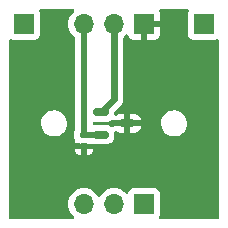
<source format=gbl>
G04 #@! TF.GenerationSoftware,KiCad,Pcbnew,(7.0.0)*
G04 #@! TF.CreationDate,2023-03-27T06:12:53-05:00*
G04 #@! TF.ProjectId,he-sensor-breakout,68652d73-656e-4736-9f72-2d627265616b,rev?*
G04 #@! TF.SameCoordinates,Original*
G04 #@! TF.FileFunction,Copper,L2,Bot*
G04 #@! TF.FilePolarity,Positive*
%FSLAX46Y46*%
G04 Gerber Fmt 4.6, Leading zero omitted, Abs format (unit mm)*
G04 Created by KiCad (PCBNEW (7.0.0)) date 2023-03-27 06:12:53*
%MOMM*%
%LPD*%
G01*
G04 APERTURE LIST*
G04 Aperture macros list*
%AMRoundRect*
0 Rectangle with rounded corners*
0 $1 Rounding radius*
0 $2 $3 $4 $5 $6 $7 $8 $9 X,Y pos of 4 corners*
0 Add a 4 corners polygon primitive as box body*
4,1,4,$2,$3,$4,$5,$6,$7,$8,$9,$2,$3,0*
0 Add four circle primitives for the rounded corners*
1,1,$1+$1,$2,$3*
1,1,$1+$1,$4,$5*
1,1,$1+$1,$6,$7*
1,1,$1+$1,$8,$9*
0 Add four rect primitives between the rounded corners*
20,1,$1+$1,$2,$3,$4,$5,0*
20,1,$1+$1,$4,$5,$6,$7,0*
20,1,$1+$1,$6,$7,$8,$9,0*
20,1,$1+$1,$8,$9,$2,$3,0*%
G04 Aperture macros list end*
G04 #@! TA.AperFunction,ComponentPad*
%ADD10O,1.700000X1.700000*%
G04 #@! TD*
G04 #@! TA.AperFunction,ComponentPad*
%ADD11R,1.700000X1.700000*%
G04 #@! TD*
G04 #@! TA.AperFunction,SMDPad,CuDef*
%ADD12RoundRect,0.150000X-0.512500X-0.150000X0.512500X-0.150000X0.512500X0.150000X-0.512500X0.150000X0*%
G04 #@! TD*
G04 #@! TA.AperFunction,SMDPad,CuDef*
%ADD13RoundRect,0.140000X0.170000X-0.140000X0.170000X0.140000X-0.170000X0.140000X-0.170000X-0.140000X0*%
G04 #@! TD*
G04 #@! TA.AperFunction,Conductor*
%ADD14C,0.600000*%
G04 #@! TD*
G04 #@! TA.AperFunction,Conductor*
%ADD15C,0.500000*%
G04 #@! TD*
G04 APERTURE END LIST*
D10*
X97459999Y-107619999D03*
X99999999Y-107619999D03*
D11*
X102539999Y-107619999D03*
X92379999Y-92379999D03*
X107619999Y-92379999D03*
D10*
X97459999Y-92379999D03*
X99999999Y-92379999D03*
D11*
X102539999Y-92379999D03*
D12*
X101137500Y-100793750D03*
X98862500Y-99843750D03*
X98862500Y-101743750D03*
D13*
X97459211Y-101759049D03*
X97459211Y-102719049D03*
D14*
X100000000Y-98706250D02*
X100000000Y-92380000D01*
X98862500Y-99843750D02*
X100000000Y-98706250D01*
D15*
X97460000Y-101758260D02*
X97460000Y-92380000D01*
X97459211Y-101759049D02*
X97460000Y-101758260D01*
X97459211Y-101759049D02*
X98847201Y-101759049D01*
D14*
X98862500Y-99843750D02*
X98886250Y-99843750D01*
X98847201Y-101759049D02*
X98862500Y-101743750D01*
G04 #@! TA.AperFunction,Conductor*
G36*
X96586061Y-91125547D02*
G01*
X96631103Y-91168290D01*
X96649775Y-91227511D01*
X96637395Y-91288358D01*
X96597068Y-91335575D01*
X96593034Y-91338399D01*
X96593029Y-91338402D01*
X96588599Y-91341505D01*
X96584775Y-91345328D01*
X96584769Y-91345334D01*
X96425334Y-91504769D01*
X96425328Y-91504775D01*
X96421505Y-91508599D01*
X96418402Y-91513029D01*
X96418399Y-91513034D01*
X96289073Y-91697731D01*
X96289068Y-91697738D01*
X96285965Y-91702171D01*
X96283677Y-91707077D01*
X96283675Y-91707081D01*
X96188386Y-91911427D01*
X96188383Y-91911432D01*
X96186097Y-91916337D01*
X96184698Y-91921557D01*
X96184694Y-91921569D01*
X96126337Y-92139365D01*
X96126335Y-92139371D01*
X96124937Y-92144592D01*
X96104341Y-92380000D01*
X96124937Y-92615408D01*
X96126336Y-92620630D01*
X96126337Y-92620634D01*
X96184694Y-92838430D01*
X96184697Y-92838438D01*
X96186097Y-92843663D01*
X96188385Y-92848570D01*
X96188386Y-92848572D01*
X96283678Y-93052927D01*
X96283681Y-93052933D01*
X96285965Y-93057830D01*
X96289064Y-93062257D01*
X96289066Y-93062259D01*
X96418399Y-93246966D01*
X96418402Y-93246970D01*
X96421505Y-93251401D01*
X96588599Y-93418495D01*
X96593031Y-93421598D01*
X96593033Y-93421600D01*
X96656624Y-93466127D01*
X96695489Y-93510445D01*
X96709500Y-93567702D01*
X96709500Y-101309897D01*
X96699575Y-101357820D01*
X96696717Y-101362654D01*
X96694541Y-101370141D01*
X96694541Y-101370143D01*
X96653336Y-101511967D01*
X96653334Y-101511976D01*
X96651568Y-101518056D01*
X96651071Y-101524364D01*
X96651070Y-101524373D01*
X96648902Y-101551924D01*
X96648901Y-101551939D01*
X96648711Y-101554359D01*
X96648711Y-101963739D01*
X96648901Y-101966159D01*
X96648902Y-101966173D01*
X96651070Y-101993724D01*
X96651071Y-101993731D01*
X96651568Y-102000042D01*
X96653334Y-102006123D01*
X96653336Y-102006130D01*
X96694540Y-102147951D01*
X96696717Y-102155444D01*
X96700688Y-102162158D01*
X96709121Y-102176418D01*
X96726389Y-102239537D01*
X96709123Y-102302657D01*
X96701149Y-102316140D01*
X96695003Y-102330342D01*
X96658731Y-102455191D01*
X96658156Y-102466458D01*
X96669136Y-102469049D01*
X96960858Y-102469049D01*
X97018760Y-102484888D01*
X97018940Y-102484473D01*
X97021861Y-102485737D01*
X97023977Y-102486316D01*
X97026098Y-102487570D01*
X97032816Y-102491543D01*
X97188218Y-102536692D01*
X97224521Y-102539549D01*
X97691456Y-102539549D01*
X97693901Y-102539549D01*
X97730204Y-102536692D01*
X97806681Y-102514473D01*
X97841277Y-102509549D01*
X98120332Y-102509549D01*
X98154927Y-102514473D01*
X98247431Y-102541348D01*
X98284306Y-102544250D01*
X98676007Y-102544250D01*
X98703597Y-102547358D01*
X98757007Y-102559549D01*
X98930433Y-102559549D01*
X98937395Y-102559549D01*
X98990804Y-102547358D01*
X99018395Y-102544250D01*
X99438249Y-102544250D01*
X99440694Y-102544250D01*
X99477569Y-102541348D01*
X99635398Y-102495494D01*
X99776865Y-102411831D01*
X99893081Y-102295615D01*
X99976744Y-102154148D01*
X100022598Y-101996319D01*
X100025500Y-101959444D01*
X100025500Y-101559770D01*
X100044285Y-101494152D01*
X100094947Y-101448415D01*
X100162138Y-101436416D01*
X100225499Y-101461790D01*
X100230157Y-101465403D01*
X100358087Y-101541060D01*
X100372294Y-101547208D01*
X100516420Y-101589081D01*
X100528826Y-101591347D01*
X100556923Y-101593558D01*
X100561803Y-101593750D01*
X100871174Y-101593750D01*
X100884049Y-101590299D01*
X100887500Y-101577424D01*
X101387500Y-101577424D01*
X101390950Y-101590299D01*
X101403826Y-101593750D01*
X101713197Y-101593750D01*
X101718076Y-101593558D01*
X101746173Y-101591347D01*
X101758579Y-101589081D01*
X101902705Y-101547208D01*
X101916912Y-101541060D01*
X102044838Y-101465405D01*
X102057074Y-101455914D01*
X102162164Y-101350824D01*
X102171655Y-101338588D01*
X102247310Y-101210662D01*
X102253458Y-101196455D01*
X102294692Y-101054526D01*
X102293286Y-101047456D01*
X102280144Y-101043750D01*
X101403826Y-101043750D01*
X101390950Y-101047200D01*
X101387500Y-101060076D01*
X101387500Y-101577424D01*
X100887500Y-101577424D01*
X100887500Y-101060076D01*
X100884049Y-101047200D01*
X100871174Y-101043750D01*
X99994856Y-101043750D01*
X99980232Y-101047874D01*
X99960858Y-101068832D01*
X99958545Y-101073425D01*
X99902663Y-101108795D01*
X99836548Y-101110410D01*
X99790028Y-101084054D01*
X99788545Y-101085967D01*
X99782382Y-101081186D01*
X99776865Y-101075669D01*
X99770151Y-101071698D01*
X99770148Y-101071696D01*
X99642113Y-100995977D01*
X99642111Y-100995976D01*
X99635398Y-100992006D01*
X99627905Y-100989829D01*
X99483657Y-100947920D01*
X99483650Y-100947918D01*
X99477569Y-100946152D01*
X99471258Y-100945655D01*
X99471251Y-100945654D01*
X99443128Y-100943441D01*
X99443114Y-100943440D01*
X99440694Y-100943250D01*
X98334500Y-100943250D01*
X98272500Y-100926637D01*
X98227113Y-100881250D01*
X98210500Y-100819250D01*
X98210500Y-100768250D01*
X98217762Y-100741148D01*
X103975746Y-100741148D01*
X103976026Y-100747032D01*
X103976026Y-100747039D01*
X103984582Y-100926637D01*
X103985746Y-100951080D01*
X103987135Y-100956808D01*
X103987137Y-100956817D01*
X104024399Y-101110410D01*
X104035296Y-101155326D01*
X104037749Y-101160697D01*
X104120108Y-101341039D01*
X104122604Y-101346503D01*
X104126031Y-101351316D01*
X104126032Y-101351317D01*
X104225628Y-101491181D01*
X104244514Y-101517702D01*
X104396622Y-101662736D01*
X104573428Y-101776363D01*
X104578911Y-101778558D01*
X104578913Y-101778559D01*
X104763060Y-101852280D01*
X104768543Y-101854475D01*
X104974915Y-101894250D01*
X105129471Y-101894250D01*
X105132425Y-101894250D01*
X105289218Y-101879278D01*
X105490875Y-101820066D01*
X105677682Y-101723761D01*
X105842886Y-101593842D01*
X105980519Y-101435006D01*
X106085604Y-101252994D01*
X106154344Y-101054383D01*
X106184254Y-100846352D01*
X106174254Y-100636420D01*
X106124704Y-100432174D01*
X106037396Y-100240997D01*
X105915486Y-100069798D01*
X105852851Y-100010076D01*
X105767651Y-99928838D01*
X105767649Y-99928836D01*
X105763378Y-99924764D01*
X105595286Y-99816737D01*
X105591544Y-99814332D01*
X105591541Y-99814330D01*
X105586572Y-99811137D01*
X105581092Y-99808943D01*
X105581086Y-99808940D01*
X105396939Y-99735219D01*
X105396932Y-99735217D01*
X105391457Y-99733025D01*
X105385662Y-99731908D01*
X105385655Y-99731906D01*
X105190882Y-99694367D01*
X105190879Y-99694366D01*
X105185085Y-99693250D01*
X105027575Y-99693250D01*
X105024646Y-99693529D01*
X105024639Y-99693530D01*
X104876662Y-99707660D01*
X104876656Y-99707661D01*
X104870782Y-99708222D01*
X104865112Y-99709886D01*
X104865111Y-99709887D01*
X104674787Y-99765771D01*
X104674782Y-99765772D01*
X104669125Y-99767434D01*
X104663884Y-99770135D01*
X104663881Y-99770137D01*
X104487568Y-99861032D01*
X104487564Y-99861034D01*
X104482318Y-99863739D01*
X104477676Y-99867388D01*
X104477672Y-99867392D01*
X104321759Y-99990004D01*
X104321752Y-99990010D01*
X104317114Y-99993658D01*
X104313250Y-99998117D01*
X104313245Y-99998122D01*
X104191100Y-100139085D01*
X104179481Y-100152494D01*
X104176530Y-100157604D01*
X104176528Y-100157608D01*
X104077352Y-100329385D01*
X104077349Y-100329390D01*
X104074396Y-100334506D01*
X104072465Y-100340085D01*
X104072461Y-100340094D01*
X104007587Y-100527535D01*
X104007584Y-100527544D01*
X104005656Y-100533117D01*
X104004816Y-100538953D01*
X104004815Y-100538961D01*
X103976585Y-100735308D01*
X103976584Y-100735314D01*
X103975746Y-100741148D01*
X98217762Y-100741148D01*
X98227113Y-100706250D01*
X98272500Y-100660863D01*
X98334500Y-100644250D01*
X99438249Y-100644250D01*
X99440694Y-100644250D01*
X99477569Y-100641348D01*
X99635398Y-100595494D01*
X99776865Y-100511831D01*
X99782384Y-100506311D01*
X99788545Y-100501533D01*
X99790030Y-100503448D01*
X99836529Y-100477093D01*
X99902653Y-100478701D01*
X99958544Y-100514074D01*
X99960856Y-100518665D01*
X99980232Y-100539625D01*
X99994856Y-100543750D01*
X100871174Y-100543750D01*
X100884049Y-100540299D01*
X100887500Y-100527424D01*
X101387500Y-100527424D01*
X101390950Y-100540299D01*
X101403826Y-100543750D01*
X102280144Y-100543750D01*
X102293286Y-100540043D01*
X102294692Y-100532973D01*
X102253458Y-100391044D01*
X102247310Y-100376837D01*
X102171655Y-100248911D01*
X102162164Y-100236675D01*
X102057074Y-100131585D01*
X102044838Y-100122094D01*
X101916912Y-100046439D01*
X101902705Y-100040291D01*
X101758579Y-99998418D01*
X101746173Y-99996152D01*
X101718076Y-99993941D01*
X101713197Y-99993750D01*
X101403826Y-99993750D01*
X101390950Y-99997200D01*
X101387500Y-100010076D01*
X101387500Y-100527424D01*
X100887500Y-100527424D01*
X100887500Y-100010076D01*
X100884049Y-99997200D01*
X100871174Y-99993750D01*
X100561803Y-99993750D01*
X100556923Y-99993941D01*
X100528826Y-99996152D01*
X100516420Y-99998418D01*
X100372294Y-100040291D01*
X100358087Y-100046439D01*
X100230157Y-100122096D01*
X100225499Y-100125710D01*
X100162138Y-100151084D01*
X100094947Y-100139085D01*
X100044285Y-100093348D01*
X100025500Y-100027730D01*
X100025500Y-99864190D01*
X100034939Y-99816737D01*
X100061819Y-99776509D01*
X100597825Y-99240503D01*
X100597826Y-99240502D01*
X100597826Y-99240501D01*
X100629816Y-99208512D01*
X100650182Y-99176098D01*
X100658225Y-99164764D01*
X100682092Y-99134837D01*
X100698699Y-99100348D01*
X100705428Y-99088175D01*
X100725789Y-99055772D01*
X100738427Y-99019650D01*
X100743750Y-99006800D01*
X100760360Y-98972311D01*
X100768881Y-98934976D01*
X100772718Y-98921653D01*
X100785368Y-98885505D01*
X100789655Y-98847447D01*
X100791979Y-98833773D01*
X100800500Y-98796444D01*
X100800500Y-98616056D01*
X100800500Y-93532690D01*
X100814511Y-93475432D01*
X100853379Y-93431114D01*
X100871401Y-93418495D01*
X100993717Y-93296178D01*
X101046460Y-93264885D01*
X101107753Y-93262696D01*
X101162597Y-93290149D01*
X101197577Y-93340528D01*
X101243548Y-93463779D01*
X101251962Y-93479189D01*
X101327498Y-93580092D01*
X101339907Y-93592501D01*
X101440810Y-93668037D01*
X101456222Y-93676452D01*
X101575358Y-93720888D01*
X101590332Y-93724426D01*
X101638885Y-93729646D01*
X101645482Y-93730000D01*
X102273674Y-93730000D01*
X102286549Y-93726549D01*
X102290000Y-93713674D01*
X102790000Y-93713674D01*
X102793450Y-93726549D01*
X102806326Y-93730000D01*
X103434518Y-93730000D01*
X103441114Y-93729646D01*
X103489667Y-93724426D01*
X103504641Y-93720888D01*
X103623777Y-93676452D01*
X103639189Y-93668037D01*
X103740092Y-93592501D01*
X103752501Y-93580092D01*
X103828037Y-93479189D01*
X103836452Y-93463777D01*
X103880888Y-93344641D01*
X103884426Y-93329667D01*
X103889646Y-93281114D01*
X103890000Y-93274518D01*
X103890000Y-92646326D01*
X103886549Y-92633450D01*
X103873674Y-92630000D01*
X102806326Y-92630000D01*
X102793450Y-92633450D01*
X102790000Y-92646326D01*
X102790000Y-93713674D01*
X102290000Y-93713674D01*
X102290000Y-92254000D01*
X102306613Y-92192000D01*
X102352000Y-92146613D01*
X102414000Y-92130000D01*
X103873674Y-92130000D01*
X103886549Y-92126549D01*
X103890000Y-92113674D01*
X103890000Y-91485482D01*
X103889646Y-91478885D01*
X103884426Y-91430332D01*
X103880888Y-91415358D01*
X103836452Y-91296219D01*
X103834927Y-91293427D01*
X103833993Y-91289627D01*
X103833353Y-91287911D01*
X103833553Y-91287836D01*
X103819779Y-91231787D01*
X103837117Y-91170726D01*
X103882399Y-91126246D01*
X103943759Y-91110000D01*
X106215666Y-91110000D01*
X106277026Y-91126246D01*
X106322308Y-91170727D01*
X106339646Y-91231788D01*
X106325937Y-91287569D01*
X106326204Y-91287669D01*
X106325351Y-91289954D01*
X106325349Y-91289959D01*
X106323105Y-91295976D01*
X106323103Y-91295981D01*
X106278620Y-91415247D01*
X106278619Y-91415250D01*
X106275909Y-91422517D01*
X106275079Y-91430227D01*
X106275079Y-91430232D01*
X106269855Y-91478819D01*
X106269854Y-91478831D01*
X106269500Y-91482127D01*
X106269500Y-91485448D01*
X106269500Y-91485449D01*
X106269500Y-93274560D01*
X106269500Y-93274578D01*
X106269501Y-93277872D01*
X106269853Y-93281150D01*
X106269854Y-93281161D01*
X106275079Y-93329768D01*
X106275080Y-93329773D01*
X106275909Y-93337483D01*
X106278619Y-93344749D01*
X106278620Y-93344753D01*
X106304695Y-93414663D01*
X106326204Y-93472331D01*
X106412454Y-93587546D01*
X106527669Y-93673796D01*
X106662517Y-93724091D01*
X106722127Y-93730500D01*
X108517872Y-93730499D01*
X108577483Y-93724091D01*
X108712331Y-93673796D01*
X108712430Y-93674062D01*
X108768212Y-93660354D01*
X108829273Y-93677692D01*
X108873754Y-93722974D01*
X108890000Y-93784334D01*
X108890000Y-108766000D01*
X108873387Y-108828000D01*
X108828000Y-108873387D01*
X108766000Y-108890000D01*
X103944334Y-108890000D01*
X103882974Y-108873754D01*
X103837692Y-108829273D01*
X103820354Y-108768212D01*
X103834062Y-108712430D01*
X103833796Y-108712331D01*
X103834053Y-108711642D01*
X103884091Y-108577483D01*
X103890500Y-108517873D01*
X103890499Y-106722128D01*
X103884091Y-106662517D01*
X103833796Y-106527669D01*
X103747546Y-106412454D01*
X103657030Y-106344694D01*
X103639431Y-106331519D01*
X103639430Y-106331518D01*
X103632331Y-106326204D01*
X103525442Y-106286337D01*
X103504752Y-106278620D01*
X103504750Y-106278619D01*
X103497483Y-106275909D01*
X103489770Y-106275079D01*
X103489767Y-106275079D01*
X103441180Y-106269855D01*
X103441169Y-106269854D01*
X103437873Y-106269500D01*
X103434550Y-106269500D01*
X101645439Y-106269500D01*
X101645420Y-106269500D01*
X101642128Y-106269501D01*
X101638850Y-106269853D01*
X101638838Y-106269854D01*
X101590231Y-106275079D01*
X101590225Y-106275080D01*
X101582517Y-106275909D01*
X101575252Y-106278618D01*
X101575246Y-106278620D01*
X101455980Y-106323104D01*
X101455978Y-106323104D01*
X101447669Y-106326204D01*
X101440572Y-106331516D01*
X101440568Y-106331519D01*
X101339550Y-106407141D01*
X101339546Y-106407144D01*
X101332454Y-106412454D01*
X101327144Y-106419546D01*
X101327141Y-106419550D01*
X101251519Y-106520568D01*
X101251516Y-106520572D01*
X101246204Y-106527669D01*
X101243104Y-106535978D01*
X101243105Y-106535978D01*
X101197189Y-106659083D01*
X101162210Y-106709462D01*
X101107365Y-106736915D01*
X101046072Y-106734726D01*
X100993326Y-106703430D01*
X100875232Y-106585336D01*
X100875230Y-106585334D01*
X100871401Y-106581505D01*
X100866970Y-106578402D01*
X100866966Y-106578399D01*
X100682259Y-106449066D01*
X100682257Y-106449064D01*
X100677830Y-106445965D01*
X100672933Y-106443681D01*
X100672927Y-106443678D01*
X100468572Y-106348386D01*
X100468570Y-106348385D01*
X100463663Y-106346097D01*
X100458438Y-106344697D01*
X100458430Y-106344694D01*
X100240634Y-106286337D01*
X100240630Y-106286336D01*
X100235408Y-106284937D01*
X100230020Y-106284465D01*
X100230017Y-106284465D01*
X100005395Y-106264813D01*
X100000000Y-106264341D01*
X99994605Y-106264813D01*
X99769982Y-106284465D01*
X99769977Y-106284465D01*
X99764592Y-106284937D01*
X99759371Y-106286335D01*
X99759365Y-106286337D01*
X99541569Y-106344694D01*
X99541557Y-106344698D01*
X99536337Y-106346097D01*
X99531432Y-106348383D01*
X99531427Y-106348386D01*
X99327081Y-106443675D01*
X99327077Y-106443677D01*
X99322171Y-106445965D01*
X99317738Y-106449068D01*
X99317731Y-106449073D01*
X99133034Y-106578399D01*
X99133029Y-106578402D01*
X99128599Y-106581505D01*
X99124775Y-106585328D01*
X99124769Y-106585334D01*
X98965334Y-106744769D01*
X98965328Y-106744775D01*
X98961505Y-106748599D01*
X98958402Y-106753029D01*
X98958399Y-106753034D01*
X98831575Y-106934159D01*
X98787257Y-106973025D01*
X98730000Y-106987036D01*
X98672743Y-106973025D01*
X98628425Y-106934159D01*
X98501600Y-106753034D01*
X98498495Y-106748599D01*
X98331401Y-106581505D01*
X98326970Y-106578402D01*
X98326966Y-106578399D01*
X98142259Y-106449066D01*
X98142257Y-106449064D01*
X98137830Y-106445965D01*
X98132933Y-106443681D01*
X98132927Y-106443678D01*
X97928572Y-106348386D01*
X97928570Y-106348385D01*
X97923663Y-106346097D01*
X97918438Y-106344697D01*
X97918430Y-106344694D01*
X97700634Y-106286337D01*
X97700630Y-106286336D01*
X97695408Y-106284937D01*
X97690020Y-106284465D01*
X97690017Y-106284465D01*
X97465395Y-106264813D01*
X97460000Y-106264341D01*
X97454605Y-106264813D01*
X97229982Y-106284465D01*
X97229977Y-106284465D01*
X97224592Y-106284937D01*
X97219371Y-106286335D01*
X97219365Y-106286337D01*
X97001569Y-106344694D01*
X97001557Y-106344698D01*
X96996337Y-106346097D01*
X96991432Y-106348383D01*
X96991427Y-106348386D01*
X96787081Y-106443675D01*
X96787077Y-106443677D01*
X96782171Y-106445965D01*
X96777738Y-106449068D01*
X96777731Y-106449073D01*
X96593034Y-106578399D01*
X96593029Y-106578402D01*
X96588599Y-106581505D01*
X96584775Y-106585328D01*
X96584769Y-106585334D01*
X96425334Y-106744769D01*
X96425328Y-106744775D01*
X96421505Y-106748599D01*
X96418402Y-106753029D01*
X96418399Y-106753034D01*
X96289073Y-106937731D01*
X96289068Y-106937738D01*
X96285965Y-106942171D01*
X96283677Y-106947077D01*
X96283675Y-106947081D01*
X96188386Y-107151427D01*
X96188383Y-107151432D01*
X96186097Y-107156337D01*
X96184698Y-107161557D01*
X96184694Y-107161569D01*
X96126337Y-107379365D01*
X96126335Y-107379371D01*
X96124937Y-107384592D01*
X96104341Y-107620000D01*
X96124937Y-107855408D01*
X96126336Y-107860630D01*
X96126337Y-107860634D01*
X96184694Y-108078430D01*
X96184697Y-108078438D01*
X96186097Y-108083663D01*
X96188385Y-108088570D01*
X96188386Y-108088572D01*
X96283678Y-108292927D01*
X96283681Y-108292933D01*
X96285965Y-108297830D01*
X96289064Y-108302257D01*
X96289066Y-108302259D01*
X96418399Y-108486966D01*
X96418402Y-108486970D01*
X96421505Y-108491401D01*
X96588599Y-108658495D01*
X96593032Y-108661599D01*
X96593038Y-108661604D01*
X96597067Y-108664425D01*
X96637394Y-108711642D01*
X96649774Y-108772489D01*
X96631102Y-108831710D01*
X96586060Y-108874453D01*
X96525944Y-108890000D01*
X91234000Y-108890000D01*
X91172000Y-108873387D01*
X91126613Y-108828000D01*
X91110000Y-108766000D01*
X91110000Y-102971639D01*
X96658156Y-102971639D01*
X96658731Y-102982906D01*
X96695003Y-103107755D01*
X96701149Y-103121957D01*
X96775519Y-103247709D01*
X96785010Y-103259945D01*
X96888314Y-103363249D01*
X96900550Y-103372740D01*
X97026301Y-103447109D01*
X97040508Y-103453257D01*
X97182208Y-103494425D01*
X97192795Y-103496359D01*
X97205504Y-103493831D01*
X97209211Y-103480690D01*
X97209211Y-103480686D01*
X97709211Y-103480686D01*
X97712917Y-103493830D01*
X97725625Y-103496358D01*
X97736216Y-103494424D01*
X97877913Y-103453257D01*
X97892120Y-103447109D01*
X98017871Y-103372740D01*
X98030107Y-103363249D01*
X98133411Y-103259945D01*
X98142902Y-103247709D01*
X98217272Y-103121957D01*
X98223418Y-103107755D01*
X98259690Y-102982906D01*
X98260265Y-102971639D01*
X98249286Y-102969049D01*
X97725537Y-102969049D01*
X97712661Y-102972499D01*
X97709211Y-102985375D01*
X97709211Y-103480686D01*
X97209211Y-103480686D01*
X97209211Y-102985375D01*
X97205760Y-102972499D01*
X97192885Y-102969049D01*
X96669136Y-102969049D01*
X96658156Y-102971639D01*
X91110000Y-102971639D01*
X91110000Y-100741148D01*
X93815746Y-100741148D01*
X93816026Y-100747032D01*
X93816026Y-100747039D01*
X93824582Y-100926637D01*
X93825746Y-100951080D01*
X93827135Y-100956808D01*
X93827137Y-100956817D01*
X93864399Y-101110410D01*
X93875296Y-101155326D01*
X93877749Y-101160697D01*
X93960108Y-101341039D01*
X93962604Y-101346503D01*
X93966031Y-101351316D01*
X93966032Y-101351317D01*
X94065628Y-101491181D01*
X94084514Y-101517702D01*
X94236622Y-101662736D01*
X94413428Y-101776363D01*
X94418911Y-101778558D01*
X94418913Y-101778559D01*
X94603060Y-101852280D01*
X94608543Y-101854475D01*
X94814915Y-101894250D01*
X94969471Y-101894250D01*
X94972425Y-101894250D01*
X95129218Y-101879278D01*
X95330875Y-101820066D01*
X95517682Y-101723761D01*
X95682886Y-101593842D01*
X95820519Y-101435006D01*
X95925604Y-101252994D01*
X95994344Y-101054383D01*
X96024254Y-100846352D01*
X96014254Y-100636420D01*
X95964704Y-100432174D01*
X95877396Y-100240997D01*
X95755486Y-100069798D01*
X95692851Y-100010076D01*
X95607651Y-99928838D01*
X95607649Y-99928836D01*
X95603378Y-99924764D01*
X95435286Y-99816737D01*
X95431544Y-99814332D01*
X95431541Y-99814330D01*
X95426572Y-99811137D01*
X95421092Y-99808943D01*
X95421086Y-99808940D01*
X95236939Y-99735219D01*
X95236932Y-99735217D01*
X95231457Y-99733025D01*
X95225662Y-99731908D01*
X95225655Y-99731906D01*
X95030882Y-99694367D01*
X95030879Y-99694366D01*
X95025085Y-99693250D01*
X94867575Y-99693250D01*
X94864646Y-99693529D01*
X94864639Y-99693530D01*
X94716662Y-99707660D01*
X94716656Y-99707661D01*
X94710782Y-99708222D01*
X94705112Y-99709886D01*
X94705111Y-99709887D01*
X94514787Y-99765771D01*
X94514782Y-99765772D01*
X94509125Y-99767434D01*
X94503884Y-99770135D01*
X94503881Y-99770137D01*
X94327568Y-99861032D01*
X94327564Y-99861034D01*
X94322318Y-99863739D01*
X94317676Y-99867388D01*
X94317672Y-99867392D01*
X94161759Y-99990004D01*
X94161752Y-99990010D01*
X94157114Y-99993658D01*
X94153250Y-99998117D01*
X94153245Y-99998122D01*
X94031100Y-100139085D01*
X94019481Y-100152494D01*
X94016530Y-100157604D01*
X94016528Y-100157608D01*
X93917352Y-100329385D01*
X93917349Y-100329390D01*
X93914396Y-100334506D01*
X93912465Y-100340085D01*
X93912461Y-100340094D01*
X93847587Y-100527535D01*
X93847584Y-100527544D01*
X93845656Y-100533117D01*
X93844816Y-100538953D01*
X93844815Y-100538961D01*
X93816585Y-100735308D01*
X93816584Y-100735314D01*
X93815746Y-100741148D01*
X91110000Y-100741148D01*
X91110000Y-93784334D01*
X91126246Y-93722974D01*
X91170727Y-93677692D01*
X91231788Y-93660354D01*
X91287569Y-93674062D01*
X91287669Y-93673796D01*
X91422517Y-93724091D01*
X91482127Y-93730500D01*
X93277872Y-93730499D01*
X93337483Y-93724091D01*
X93472331Y-93673796D01*
X93587546Y-93587546D01*
X93673796Y-93472331D01*
X93724091Y-93337483D01*
X93730500Y-93277873D01*
X93730499Y-91482128D01*
X93724091Y-91422517D01*
X93673796Y-91287669D01*
X93674062Y-91287569D01*
X93660354Y-91231788D01*
X93677692Y-91170727D01*
X93722974Y-91126246D01*
X93784334Y-91110000D01*
X96525945Y-91110000D01*
X96586061Y-91125547D01*
G37*
G04 #@! TD.AperFunction*
M02*

</source>
